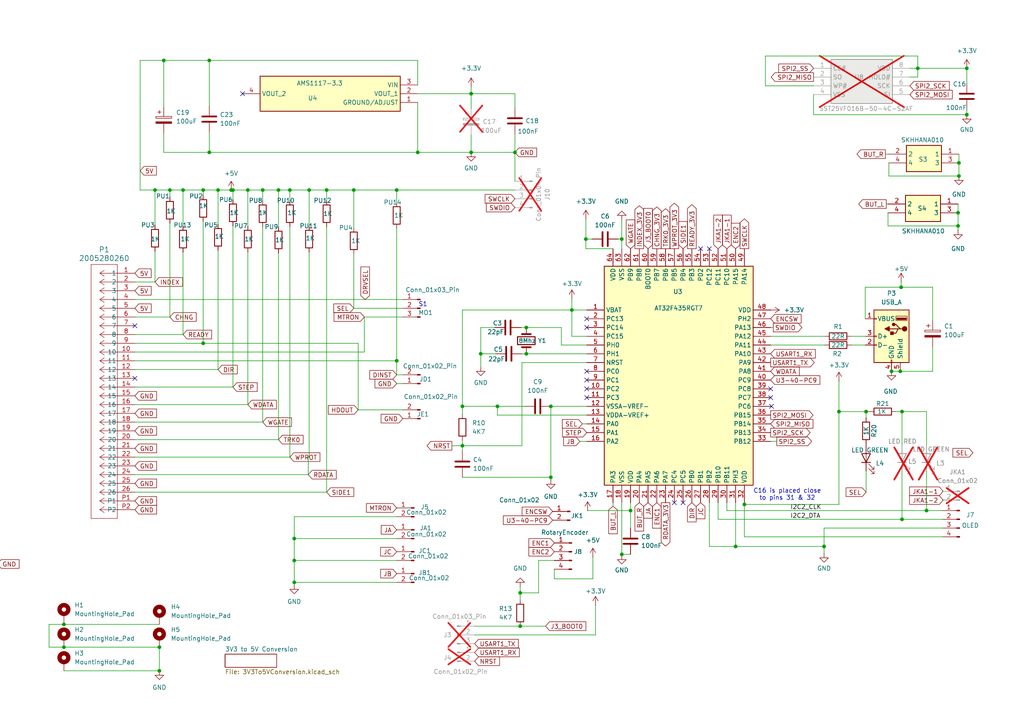
<source format=kicad_sch>
(kicad_sch (version 20231120) (generator "eeschema") (generator_version "8.0")
  (paper "A4")
  (title_block (title "Gotek(?) Handrawn Schematic, Layout and Gerbers") (date "2025-02-20") (rev "1.0") (company "LiveBoxAndy") (comment 1 "chip were removed to allow the routing underneath to be checked.") (comment 2 "with the cable interface from an SFR1M44-DU26 (SFRC2D.B). The processor and the 74 ") (comment 3 "Based on pictures and meter readings of an SRFKC30.AT4.35 for the processor bits mated") (comment 4 "Correct JK1 and J8 Pin Idents. Point-Point wiring did not change."))
  (lib_symbols
    (symbol "Connector:Conn_01x02_Pin" (pin_names (offset 1.016) hide)
      (property "Reference" "J" (at 0 2.54 0))
      (property "Value" "Conn_01x02_Pin" (at 0 -5.08 0))
      (symbol "Conn_01x02_Pin_1_1"
        (pin passive line (at 5.08 0 180) (length 3.81) (name "Pin_1") (number "1"))
        (pin passive line (at 5.08 -2.54 180) (length 3.81) (name "Pin_2") (number "2"))
      )
    )
    (symbol "Connector:Conn_01x03_Pin" (pin_names (offset 1.016) hide)
      (property "Reference" "J" (at 0 5.08 0))
      (property "Value" "Conn_01x03_Pin" (at 0 -5.08 0))
      (symbol "Conn_01x03_Pin_1_1"
        (pin passive line (at 5.08 2.54 180) (length 3.81) (name "Pin_1") (number "1"))
        (pin passive line (at 5.08 0 180) (length 3.81) (name "Pin_2") (number "2"))
        (pin passive line (at 5.08 -2.54 180) (length 3.81) (name "Pin_3") (number "3"))
      )
    )
    (symbol "Connector:Conn_01x04_Pin" (pin_names (offset 1.016) hide)
      (property "Reference" "J" (at 0 5.08 0))
      (property "Value" "Conn_01x04_Pin" (at 0 -7.62 0))
      (symbol "Conn_01x04_Pin_1_1"
        (pin passive line (at 5.08 2.54 180) (length 3.81) (name "Pin_1") (number "1"))
        (pin passive line (at 5.08 0 180) (length 3.81) (name "Pin_2") (number "2"))
        (pin passive line (at 5.08 -2.54 180) (length 3.81) (name "Pin_3") (number "3"))
        (pin passive line (at 5.08 -5.08 180) (length 3.81) (name "Pin_4") (number "4"))
      )
    )
    (symbol "Connector:USB_A" (pin_names (offset 1.016))
      (property "Reference" "J" (at -5.08 11.43 0))
      (property "Value" "USB_A" (at -5.08 8.89 0))
      (symbol "USB_A_1_1"
        (pin power_in line (at 7.62 5.08 180) (length 2.54) (name "VBUS") (number "1"))
        (pin bidirectional line (at 7.62 -2.54 180) (length 2.54) (name "D-") (number "2"))
        (pin bidirectional line (at 7.62 0 180) (length 2.54) (name "D+") (number "3"))
        (pin power_in line (at 0 -10.16 90) (length 2.54) (name "GND") (number "4"))
        (pin passive line (at -2.54 -10.16 90) (length 2.54) (name "Shield") (number "5"))
      )
    )
    (symbol "Device:C" (pin_numbers hide) (pin_names (offset 0.254))
      (property "Reference" "C" (at 0.635 2.54 0))
      (property "Value" "C" (at 0.635 -2.54 0))
      (symbol "C_1_1"
        (pin passive line (at 0 3.81 270) (length 2.794) (name "~") (number "1"))
        (pin passive line (at 0 -3.81 90) (length 2.794) (name "~") (number "2"))
      )
    )
    (symbol "Device:C_Polarized" (pin_numbers hide) (pin_names (offset 0.254))
      (property "Reference" "C" (at 0.635 2.54 0))
      (property "Value" "C_Polarized" (at 0.635 -2.54 0))
      (symbol "C_Polarized_1_1"
        (pin passive line (at 0 3.81 270) (length 2.794) (name "~") (number "1"))
        (pin passive line (at 0 -3.81 90) (length 2.794) (name "~") (number "2"))
      )
    )
    (symbol "Device:Crystal" (pin_numbers hide) (pin_names (offset 1.016) hide)
      (property "Reference" "Y" (at 0 3.81 0))
      (property "Value" "Crystal" (at 0 -3.81 0))
      (symbol "Crystal_1_1"
        (pin passive line (at -3.81 0 0) (length 1.27) (name "1") (number "1"))
        (pin passive line (at 3.81 0 180) (length 1.27) (name "2") (number "2"))
      )
    )
    (symbol "Device:LED" (pin_numbers hide) (pin_names (offset 1.016) hide)
      (property "Reference" "D" (at 0 2.54 0))
      (property "Value" "LED" (at 0 -2.54 0))
      (symbol "LED_1_1"
        (pin passive line (at -3.81 0 0) (length 2.54) (name "K") (number "1"))
        (pin passive line (at 3.81 0 180) (length 2.54) (name "A") (number "2"))
      )
    )
    (symbol "Device:R" (pin_numbers hide) (pin_names (offset 0))
      (property "Reference" "R" (at 2.032 0 90))
      (property "Value" "R" (at 0 0 90))
      (symbol "R_1_1"
        (pin passive line (at 0 3.81 270) (length 1.27) (name "~") (number "1"))
        (pin passive line (at 0 -3.81 90) (length 1.27) (name "~") (number "2"))
      )
    )
    (symbol "Gotek:2005280260" (pin_names (offset 0.254))
      (property "Reference" "J" (at 8.89 6.35 0))
      (property "Value" "2005280260" (at 0 0 0))
      (symbol "2005280260_1_1"
        (pin unspecified line (at 0 0 0) (length 5.08) (name "1") (number "1"))
        (pin unspecified line (at 0 -22.86 0) (length 5.08) (name "10") (number "10"))
        (pin unspecified line (at 0 -25.4 0) (length 5.08) (name "11") (number "11"))
        (pin unspecified line (at 0 -27.94 0) (length 5.08) (name "12") (number "12"))
        (pin unspecified line (at 0 -30.48 0) (length 5.08) (name "13") (number "13"))
        (pin unspecified line (at 0 -33.02 0) (length 5.08) (name "14") (number "14"))
        (pin unspecified line (at 0 -35.56 0) (length 5.08) (name "15") (number "15"))
        (pin unspecified line (at 0 -38.1 0) (length 5.08) (name "16") (number "16"))
        (pin unspecified line (at 0 -40.64 0) (length 5.08) (name "17") (number "17"))
        (pin unspecified line (at 0 -43.18 0) (length 5.08) (name "18") (number "18"))
        (pin unspecified line (at 0 -45.72 0) (length 5.08) (name "19") (number "19"))
        (pin unspecified line (at 0 -2.54 0) (length 5.08) (name "2") (number "2"))
        (pin unspecified line (at 0 -48.26 0) (length 5.08) (name "20") (number "20"))
        (pin unspecified line (at 0 -50.8 0) (length 5.08) (name "21") (number "21"))
        (pin unspecified line (at 0 -53.34 0) (length 5.08) (name "22") (number "22"))
        (pin unspecified line (at 0 -55.88 0) (length 5.08) (name "23") (number "23"))
        (pin unspecified line (at 0 -58.42 0) (length 5.08) (name "24") (number "24"))
        (pin unspecified line (at 0 -60.96 0) (length 5.08) (name "25") (number "25"))
        (pin unspecified line (at 0 -63.5 0) (length 5.08) (name "26") (number "26"))
        (pin unspecified line (at 0 -5.08 0) (length 5.08) (name "3") (number "3"))
        (pin unspecified line (at 0 -7.62 0) (length 5.08) (name "4") (number "4"))
        (pin unspecified line (at 0 -10.16 0) (length 5.08) (name "5") (number "5"))
        (pin unspecified line (at 0 -12.7 0) (length 5.08) (name "6") (number "6"))
        (pin unspecified line (at 0 -15.24 0) (length 5.08) (name "7") (number "7"))
        (pin unspecified line (at 0 -17.78 0) (length 5.08) (name "8") (number "8"))
        (pin unspecified line (at 0 -20.32 0) (length 5.08) (name "9") (number "9"))
        (pin unspecified line (at 0 -66.04 0) (length 5.08) (name "P1") (number "P1"))
        (pin unspecified line (at 0 -68.58 0) (length 5.08) (name "P2") (number "P2"))
      )
      (symbol "2005280260_1_2"
        (pin unspecified line (at 0 0 0) (length 5.08) (name "1") (number "1"))
        (pin unspecified line (at 0 -22.86 0) (length 5.08) (name "10") (number "10"))
        (pin unspecified line (at 0 -25.4 0) (length 5.08) (name "11") (number "11"))
        (pin unspecified line (at 0 -27.94 0) (length 5.08) (name "12") (number "12"))
        (pin unspecified line (at 0 -30.48 0) (length 5.08) (name "13") (number "13"))
        (pin unspecified line (at 0 -33.02 0) (length 5.08) (name "14") (number "14"))
        (pin unspecified line (at 0 -35.56 0) (length 5.08) (name "15") (number "15"))
        (pin unspecified line (at 0 -38.1 0) (length 5.08) (name "16") (number "16"))
        (pin unspecified line (at 0 -40.64 0) (length 5.08) (name "17") (number "17"))
        (pin unspecified line (at 0 -43.18 0) (length 5.08) (name "18") (number "18"))
        (pin unspecified line (at 0 -45.72 0) (length 5.08) (name "19") (number "19"))
        (pin unspecified line (at 0 -2.54 0) (length 5.08) (name "2") (number "2"))
        (pin unspecified line (at 0 -48.26 0) (length 5.08) (name "20") (number "20"))
        (pin unspecified line (at 0 -50.8 0) (length 5.08) (name "21") (number "21"))
        (pin unspecified line (at 0 -53.34 0) (length 5.08) (name "22") (number "22"))
        (pin unspecified line (at 0 -55.88 0) (length 5.08) (name "23") (number "23"))
        (pin unspecified line (at 0 -58.42 0) (length 5.08) (name "24") (number "24"))
        (pin unspecified line (at 0 -60.96 0) (length 5.08) (name "25") (number "25"))
        (pin unspecified line (at 0 -63.5 0) (length 5.08) (name "26") (number "26"))
        (pin unspecified line (at 0 -5.08 0) (length 5.08) (name "3") (number "3"))
        (pin unspecified line (at 0 -7.62 0) (length 5.08) (name "4") (number "4"))
        (pin unspecified line (at 0 -10.16 0) (length 5.08) (name "5") (number "5"))
        (pin unspecified line (at 0 -12.7 0) (length 5.08) (name "6") (number "6"))
        (pin unspecified line (at 0 -15.24 0) (length 5.08) (name "7") (number "7"))
        (pin unspecified line (at 0 -17.78 0) (length 5.08) (name "8") (number "8"))
        (pin unspecified line (at 0 -20.32 0) (length 5.08) (name "9") (number "9"))
        (pin unspecified line (at 0 -66.04 0) (length 5.08) (name "P1") (number "P1"))
        (pin unspecified line (at 0 -68.58 0) (length 5.08) (name "P2") (number "P2"))
      )
    )
    (symbol "Gotek:AT32F435RxT7-SQ"
      (property "Reference" "IC" (at 49.53 17.78 0))
      (property "Value" "AT32F435RxT7" (at 49.53 15.24 0))
      (symbol "AT32F435RxT7-SQ_1_1"
        (pin passive line (at 0 0 0) (length 5.08) (name "VBAT") (number "1"))
        (pin passive line (at 0 -22.86 0) (length 5.08) (name "PC2") (number "10"))
        (pin passive line (at 0 -25.4 0) (length 5.08) (name "PC3") (number "11"))
        (pin passive line (at 0 -27.94 0) (length 5.08) (name "VSSA-VREF-") (number "12"))
        (pin passive line (at 0 -30.48 0) (length 5.08) (name "VDDA-VREF+") (number "13"))
        (pin passive line (at 0 -33.02 0) (length 5.08) (name "PA0") (number "14"))
        (pin passive line (at 0 -35.56 0) (length 5.08) (name "PA1") (number "15"))
        (pin passive line (at 0 -38.1 0) (length 5.08) (name "PA2") (number "16"))
        (pin passive line (at 7.62 -55.88 90) (length 5.08) (name "PA3") (number "17"))
        (pin passive line (at 10.16 -55.88 90) (length 5.08) (name "VSS") (number "18"))
        (pin passive line (at 12.7 -55.88 90) (length 5.08) (name "VDD") (number "19"))
        (pin passive line (at 0 -2.54 0) (length 5.08) (name "PC13") (number "2"))
        (pin passive line (at 15.24 -55.88 90) (length 5.08) (name "PA4") (number "20"))
        (pin passive line (at 17.78 -55.88 90) (length 5.08) (name "PA5") (number "21"))
        (pin passive line (at 20.32 -55.88 90) (length 5.08) (name "PA6") (number "22"))
        (pin passive line (at 22.86 -55.88 90) (length 5.08) (name "PA7") (number "23"))
        (pin passive line (at 25.4 -55.88 90) (length 5.08) (name "PC4") (number "24"))
        (pin passive line (at 27.94 -55.88 90) (length 5.08) (name "PC5") (number "25"))
        (pin passive line (at 30.48 -55.88 90) (length 5.08) (name "PB0") (number "26"))
        (pin passive line (at 33.02 -55.88 90) (length 5.08) (name "PB1") (number "27"))
        (pin passive line (at 35.56 -55.88 90) (length 5.08) (name "PB2") (number "28"))
        (pin passive line (at 38.1 -55.88 90) (length 5.08) (name "PB10") (number "29"))
        (pin passive line (at 0 -5.08 0) (length 5.08) (name "PC14") (number "3"))
        (pin passive line (at 40.64 -55.88 90) (length 5.08) (name "PB11") (number "30"))
        (pin passive line (at 43.18 -55.88 90) (length 5.08) (name "PH3") (number "31"))
        (pin passive line (at 45.72 -55.88 90) (length 5.08) (name "VDD") (number "32"))
        (pin passive line (at 53.34 -38.1 180) (length 5.08) (name "PB12") (number "33"))
        (pin passive line (at 53.34 -35.56 180) (length 5.08) (name "PB13") (number "34"))
        (pin passive line (at 53.34 -33.02 180) (length 5.08) (name "PB14") (number "35"))
        (pin passive line (at 53.34 -30.48 180) (length 5.08) (name "PB15") (number "36"))
        (pin passive line (at 53.34 -27.94 180) (length 5.08) (name "PC6") (number "37"))
        (pin passive line (at 53.34 -25.4 180) (length 5.08) (name "PC7") (number "38"))
        (pin passive line (at 53.34 -22.86 180) (length 5.08) (name "PC8") (number "39"))
        (pin passive line (at 0 -7.62 0) (length 5.08) (name "PC15") (number "4"))
        (pin passive line (at 53.34 -20.32 180) (length 5.08) (name "PC9") (number "40"))
        (pin passive line (at 53.34 -17.78 180) (length 5.08) (name "PA8") (number "41"))
        (pin passive line (at 53.34 -15.24 180) (length 5.08) (name "PA9") (number "42"))
        (pin passive line (at 53.34 -12.7 180) (length 5.08) (name "PA10") (number "43"))
        (pin passive line (at 53.34 -10.16 180) (length 5.08) (name "PA11") (number "44"))
        (pin passive line (at 53.34 -7.62 180) (length 5.08) (name "PA12") (number "45"))
        (pin passive line (at 53.34 -5.08 180) (length 5.08) (name "PA13") (number "46"))
        (pin passive line (at 53.34 -2.54 180) (length 5.08) (name "PH2") (number "47"))
        (pin passive line (at 53.34 0 180) (length 5.08) (name "VDD") (number "48"))
        (pin passive line (at 45.72 17.78 270) (length 5.08) (name "PA14") (number "49"))
        (pin passive line (at 0 -10.16 0) (length 5.08) (name "PH0") (number "5"))
        (pin passive line (at 43.18 17.78 270) (length 5.08) (name "PA15") (number "50"))
        (pin passive line (at 40.64 17.78 270) (length 5.08) (name "PC10") (number "51"))
        (pin passive line (at 38.1 17.78 270) (length 5.08) (name "PC11") (number "52"))
        (pin passive line (at 35.56 17.78 270) (length 5.08) (name "PC12") (number "53"))
        (pin passive line (at 33.02 17.78 270) (length 5.08) (name "PD2") (number "54"))
        (pin passive line (at 30.48 17.78 270) (length 5.08) (name "PB3") (number "55"))
        (pin passive line (at 27.94 17.78 270) (length 5.08) (name "PB4") (number "56"))
        (pin passive line (at 25.4 17.78 270) (length 5.08) (name "PB5") (number "57"))
        (pin passive line (at 22.86 17.78 270) (length 5.08) (name "PB6") (number "58"))
        (pin passive line (at 20.32 17.78 270) (length 5.08) (name "PB7") (number "59"))
        (pin passive line (at 0 -12.7 0) (length 5.08) (name "PH1") (number "6"))
        (pin passive line (at 17.78 17.78 270) (length 5.08) (name "BOOT0") (number "60"))
        (pin passive line (at 15.24 17.78 270) (length 5.08) (name "PB8") (number "61"))
        (pin passive line (at 12.7 17.78 270) (length 5.08) (name "PB9") (number "62"))
        (pin passive line (at 10.16 17.78 270) (length 5.08) (name "VSS") (number "63"))
        (pin passive line (at 7.62 17.78 270) (length 5.08) (name "VDD") (number "64"))
        (pin passive line (at 0 -15.24 0) (length 5.08) (name "NRST") (number "7"))
        (pin passive line (at 0 -17.78 0) (length 5.08) (name "PC0") (number "8"))
        (pin passive line (at 0 -20.32 0) (length 5.08) (name "PC1") (number "9"))
      )
    )
    (symbol "Gotek:SKHHANA010"
      (property "Reference" "S" (at 16.51 7.62 0))
      (property "Value" "SKHHANA010" (at 16.51 5.08 0))
      (symbol "SKHHANA010_1_1"
        (pin passive line (at 0 0 0) (length 5.08) (name "1") (number "1"))
        (pin passive line (at 20.32 0 180) (length 5.08) (name "2") (number "2"))
        (pin passive line (at 0 -2.54 0) (length 5.08) (name "3") (number "3"))
        (pin passive line (at 20.32 -2.54 180) (length 5.08) (name "4") (number "4"))
      )
    )
    (symbol "Gotek:SST25VF016B-50-4C-S2AF"
      (property "Reference" "IC" (at 24.13 7.62 0))
      (property "Value" "SST25VF016B-50-4C-S2AF" (at 24.13 5.08 0))
      (symbol "SST25VF016B-50-4C-S2AF_1_1"
        (pin passive line (at 0 0 0) (length 5.08) (name "CE#") (number "1"))
        (pin passive line (at 0 -2.54 0) (length 5.08) (name "SO") (number "2"))
        (pin passive line (at 0 -5.08 0) (length 5.08) (name "WP#") (number "3"))
        (pin passive line (at 0 -7.62 0) (length 5.08) (name "VSS") (number "4"))
        (pin passive line (at 27.94 -7.62 180) (length 5.08) (name "SI") (number "5"))
        (pin passive line (at 27.94 -5.08 180) (length 5.08) (name "SCK") (number "6"))
        (pin passive line (at 27.94 -2.54 180) (length 5.08) (name "HOLD#") (number "7"))
        (pin passive line (at 27.94 0 180) (length 5.08) (name "VDD") (number "8"))
      )
    )
    (symbol "Gotek:ams1117-3.3v"
      (property "Reference" "IC" (at 46.99 7.62 0))
      (property "Value" "ams1117-3.3v" (at 46.99 5.08 0))
      (symbol "ams1117-3.3v_1_1"
        (pin passive line (at 0 0 0) (length 5.08) (name "GROUND/ADJUST") (number "1"))
        (pin passive line (at 0 -2.54 0) (length 5.08) (name "VOUT_1") (number "2"))
        (pin passive line (at 0 -5.08 0) (length 5.08) (name "VIN") (number "3"))
        (pin passive line (at 50.8 -2.54 180) (length 5.08) (name "VOUT_2") (number "4"))
      )
    )
    (symbol "Mechanical:MountingHole_Pad" (pin_numbers hide) (pin_names (offset 1.016) hide) (exclude_from_sim yes) (in_bom no)
      (property "Reference" "H" (at 0 6.35 0))
      (property "Value" "MountingHole_Pad" (at 0 4.445 0))
      (symbol "MountingHole_Pad_1_1"
        (pin input line (at 0 -2.54 90) (length 2.54) (name "1") (number "1"))
      )
    )
    (symbol "power:+3.3V" (power) (pin_numbers hide) (pin_names (offset 0) hide)
      (property "Value" "+3.3V" (at 0 3.556 0))
      (symbol "+3.3V_1_1"
        (pin power_in line (at 0 0 90) (length 0) (name "~") (number "1"))
      )
    )
    (symbol "power:+5V" (power) (pin_numbers hide) (pin_names (offset 0) hide)
      (property "Value" "+5V" (at 0 3.556 0))
      (symbol "+5V_1_1"
        (pin power_in line (at 0 0 90) (length 0) (name "~") (number "1"))
      )
    )
    (symbol "power:GND" (power) (pin_numbers hide) (pin_names (offset 0) hide)
      (property "Value" "GND" (at 0 -3.81 0))
      (symbol "GND_1_1"
        (pin power_in line (at 0 0 270) (length 0) (name "~") (number "1"))
      )
    )
  )
  (junction (at 85.344 162.56))
  (junction (at 46.228 187.706))
  (junction (at 102.616 55.118))
  (junction (at 134.112 117.856))
  (junction (at 46.228 194.564))
  (junction (at 115.062 104.648))
  (junction (at 261.62 119.38))
  (junction (at 60.706 44.196))
  (junction (at 94.742 55.118))
  (junction (at 67.564 55.118))
  (junction (at 277.876 65.532))
  (junction (at 144.272 117.856))
  (junction (at 139.446 102.616))
  (junction (at 278.13 47.244))
  (junction (at 180.34 69.342))
  (junction (at 85.344 156.21))
  (junction (at 261.62 150.622))
  (junction (at 49.276 55.118))
  (junction (at 165.862 89.916))
  (junction (at 150.876 171.958))
  (junction (at 53.086 55.118))
  (junction (at 280.416 33.274))
  (junction (at 261.112 107.696))
  (junction (at 280.416 19.812))
  (junction (at 63.246 55.118))
  (junction (at 44.958 55.118))
  (junction (at 58.928 99.568))
  (junction (at 85.344 168.91))
  (junction (at 150.876 181.61))
  (junction (at 136.652 27.178))
  (junction (at 152.654 94.996))
  (junction (at 67.056 55.118))
  (junction (at 47.498 17.526))
  (junction (at 121.158 44.196))
  (junction (at 115.062 55.118))
  (junction (at 71.882 55.118))
  (junction (at 258.572 107.696))
  (junction (at 251.206 119.38))
  (junction (at 76.2 55.118))
  (junction (at 278.13 51.054))
  (junction (at 58.928 55.118))
  (junction (at 60.706 17.526))
  (junction (at 159.766 117.856))
  (junction (at 18.542 187.706))
  (junction (at 180.34 160.782))
  (junction (at 215.9 146.304))
  (junction (at 239.014 158.496))
  (junction (at 89.662 55.118))
  (junction (at 182.88 148.082))
  (junction (at 159.766 138.43))
  (junction (at 18.542 181.102))
  (junction (at 213.36 158.496))
  (junction (at 149.352 44.196))
  (junction (at 80.772 55.118))
  (junction (at 266.192 19.812))
  (junction (at 261.366 83.312))
  (junction (at 277.876 61.722))
  (junction (at 169.926 69.342))
  (junction (at 134.112 129.286))
  (junction (at 84.074 55.118))
  (junction (at 136.652 44.196))
  (junction (at 243.332 119.38))
  (junction (at 268.732 148.082))
  (junction (at 152.654 102.616))
  (no_connect (at 203.2 72.136))
  (no_connect (at 205.74 72.136))
  (no_connect (at 39.116 94.488))
  (no_connect (at 223.774 117.856))
  (no_connect (at 223.52 115.316))
  (no_connect (at 170.18 115.316))
  (no_connect (at 70.358 27.178))
  (no_connect (at 170.18 110.236))
  (no_connect (at 170.18 94.996))
  (no_connect (at 195.58 145.796))
  (no_connect (at 223.52 112.776))
  (no_connect (at 170.18 92.456))
  (no_connect (at 198.12 145.796))
  (no_connect (at 170.18 112.776))
  (no_connect (at 39.116 109.728))
  (no_connect (at 170.18 107.696))
  (wire (pts (xy 180.34 63.754) (xy 180.34 69.342)))
  (wire (pts (xy 46.228 181.102) (xy 18.542 181.102)))
  (wire (pts (xy 80.772 55.118) (xy 80.772 65.786)))
  (wire (pts (xy 168.91 122.936) (xy 170.18 122.936)))
  (wire (pts (xy 44.958 55.118) (xy 49.276 55.118)))
  (wire (pts (xy 243.332 119.38) (xy 251.206 119.38)))
  (wire (pts (xy 47.498 17.526) (xy 47.498 30.988)))
  (wire (pts (xy 221.996 24.892) (xy 221.996 16.256)))
  (wire (pts (xy 67.056 55.118) (xy 67.564 55.118)))
  (wire (pts (xy 134.112 129.286) (xy 134.112 130.81)))
  (wire (pts (xy 89.662 55.118) (xy 94.742 55.118)))
  (wire (pts (xy 170.18 89.916) (xy 165.862 89.916)))
  (wire (pts (xy 266.192 19.812) (xy 266.192 22.352)))
  (wire (pts (xy 266.192 16.256) (xy 266.192 19.812)))
  (wire (pts (xy 49.276 55.118) (xy 53.086 55.118)))
  (wire (pts (xy 150.876 181.61) (xy 137.668 181.61)))
  (wire (pts (xy 39.116 132.588) (xy 84.074 132.588)))
  (wire (pts (xy 102.616 55.118) (xy 115.062 55.118)))
  (wire (pts (xy 67.564 55.118) (xy 71.882 55.118)))
  (wire (pts (xy 139.446 94.996) (xy 139.446 102.616)))
  (wire (pts (xy 152.654 94.996) (xy 162.814 94.996)))
  (wire (pts (xy 136.652 27.178) (xy 136.652 31.496)))
  (wire (pts (xy 235.966 33.274) (xy 280.416 33.274)))
  (wire (pts (xy 76.2 55.118) (xy 80.772 55.118)))
  (wire (pts (xy 134.112 117.856) (xy 134.112 120.142)))
  (wire (pts (xy 40.64 55.118) (xy 44.958 55.118)))
  (wire (pts (xy 76.2 65.786) (xy 76.2 122.428)))
  (wire (pts (xy 39.116 97.028) (xy 53.086 97.028)))
  (wire (pts (xy 177.8 72.136) (xy 169.926 72.136)))
  (wire (pts (xy 143.764 102.616) (xy 139.446 102.616)))
  (wire (pts (xy 115.062 108.712) (xy 115.062 104.648)))
  (wire (pts (xy 208.28 145.796) (xy 208.28 150.622)))
  (wire (pts (xy 136.652 27.178) (xy 149.352 27.178)))
  (wire (pts (xy 223.52 94.996) (xy 224.282 94.996)))
  (wire (pts (xy 58.928 64.262) (xy 58.928 99.568)))
  (wire (pts (xy 165.862 86.614) (xy 165.862 89.916)))
  (wire (pts (xy 137.668 184.15) (xy 172.72 184.15)))
  (wire (pts (xy 47.498 17.526) (xy 40.64 17.526)))
  (wire (pts (xy 151.384 105.156) (xy 151.384 129.286)))
  (wire (pts (xy 239.014 153.162) (xy 239.014 158.496)))
  (wire (pts (xy 39.116 107.188) (xy 63.246 107.188)))
  (wire (pts (xy 257.048 59.182) (xy 257.556 59.182)))
  (wire (pts (xy 223.52 128.016) (xy 225.298 128.016)))
  (wire (pts (xy 160.782 165.1) (xy 160.782 167.894)))
  (wire (pts (xy 251.206 119.38) (xy 252.222 119.38)))
  (wire (pts (xy 278.13 44.704) (xy 278.13 47.244)))
  (wire (pts (xy 84.074 55.118) (xy 84.074 58.166)))
  (wire (pts (xy 39.116 112.268) (xy 67.564 112.268)))
  (wire (pts (xy 256.794 44.704) (xy 257.81 44.704)))
  (wire (pts (xy 49.276 57.15) (xy 49.276 55.118)))
  (wire (pts (xy 47.498 44.196) (xy 60.706 44.196)))
  (wire (pts (xy 60.706 17.526) (xy 60.706 30.734)))
  (wire (pts (xy 46.228 194.564) (xy 46.228 187.706)))
  (wire (pts (xy 121.158 27.178) (xy 136.652 27.178)))
  (wire (pts (xy 152.654 102.616) (xy 170.18 102.616)))
  (wire (pts (xy 39.116 137.668) (xy 89.408 137.668)))
  (wire (pts (xy 47.498 17.526) (xy 60.706 17.526)))
  (wire (pts (xy 71.882 55.118) (xy 76.2 55.118)))
  (wire (pts (xy 94.742 55.118) (xy 102.616 55.118)))
  (wire (pts (xy 89.662 132.588) (xy 89.662 73.152)))
  (wire (pts (xy 103.886 118.872) (xy 116.84 118.872)))
  (wire (pts (xy 18.542 194.564) (xy 46.228 194.564)))
  (wire (pts (xy 85.344 156.21) (xy 115.062 156.21)))
  (wire (pts (xy 235.966 24.892) (xy 221.996 24.892)))
  (wire (pts (xy 162.814 100.076) (xy 162.814 94.996)))
  (wire (pts (xy 180.34 160.782) (xy 182.88 160.782)))
  (wire (pts (xy 257.81 51.054) (xy 278.13 51.054)))
  (wire (pts (xy 39.116 122.428) (xy 76.2 122.428)))
  (wire (pts (xy 58.928 55.118) (xy 58.928 56.642)))
  (wire (pts (xy 168.148 128.016) (xy 170.18 128.016)))
  (wire (pts (xy 105.664 91.948) (xy 105.664 102.108)))
  (wire (pts (xy 159.766 138.43) (xy 159.766 139.192)))
  (wire (pts (xy 258.572 107.696) (xy 261.112 107.696)))
  (wire (pts (xy 136.652 39.116) (xy 136.652 44.196)))
  (wire (pts (xy 39.116 86.868) (xy 116.84 86.868)))
  (wire (pts (xy 85.344 168.91) (xy 85.344 169.672)))
  (wire (pts (xy 180.34 160.782) (xy 180.34 161.036)))
  (wire (pts (xy 213.36 145.796) (xy 213.36 158.496)))
  (wire (pts (xy 280.416 19.812) (xy 280.416 24.13)))
  (wire (pts (xy 150.876 181.61) (xy 158.242 181.61)))
  (wire (pts (xy 121.158 24.638) (xy 121.158 17.526)))
  (wire (pts (xy 261.366 81.788) (xy 261.366 83.312)))
  (wire (pts (xy 134.112 89.916) (xy 165.862 89.916)))
  (wire (pts (xy 156.21 162.56) (xy 156.21 171.958)))
  (wire (pts (xy 149.352 27.178) (xy 149.352 31.242)))
  (wire (pts (xy 85.344 168.91) (xy 115.062 168.91)))
  (wire (pts (xy 277.876 65.532) (xy 277.876 66.802)))
  (wire (pts (xy 243.332 146.304) (xy 215.9 146.304)))
  (wire (pts (xy 150.876 171.958) (xy 150.876 173.99)))
  (wire (pts (xy 205.74 158.496) (xy 213.36 158.496)))
  (wire (pts (xy 261.62 129.032) (xy 261.62 119.38)))
  (wire (pts (xy 44.958 72.898) (xy 44.958 81.788)))
  (wire (pts (xy 263.906 19.812) (xy 266.192 19.812)))
  (wire (pts (xy 121.158 29.718) (xy 121.158 44.196)))
  (wire (pts (xy 94.742 55.118) (xy 94.742 58.166)))
  (wire (pts (xy 67.564 65.532) (xy 67.564 112.268)))
  (wire (pts (xy 40.64 17.526) (xy 40.64 55.118)))
  (wire (pts (xy 53.086 73.152) (xy 53.086 97.028)))
  (wire (pts (xy 273.304 155.702) (xy 215.9 155.702)))
  (wire (pts (xy 270.51 100.584) (xy 270.51 107.696)))
  (wire (pts (xy 115.062 149.86) (xy 85.344 149.86)))
  (wire (pts (xy 250.952 100.076) (xy 246.888 100.076)))
  (wire (pts (xy 53.086 55.118) (xy 53.086 65.532)))
  (wire (pts (xy 250.952 83.312) (xy 250.952 92.456)))
  (wire (pts (xy 182.88 148.082) (xy 182.88 153.162)))
  (wire (pts (xy 115.062 108.712) (xy 116.84 108.712)))
  (wire (pts (xy 210.82 145.796) (xy 210.82 148.082)))
  (wire (pts (xy 139.446 102.616) (xy 139.446 106.426)))
  (wire (pts (xy 170.18 105.156) (xy 151.384 105.156)))
  (wire (pts (xy 115.062 66.294) (xy 115.062 104.648)))
  (wire (pts (xy 278.13 47.244) (xy 278.13 51.054)))
  (wire (pts (xy 80.772 73.406) (xy 80.772 127.508)))
  (wire (pts (xy 85.344 162.56) (xy 85.344 168.91)))
  (wire (pts (xy 103.886 118.872) (xy 103.886 99.568)))
  (wire (pts (xy 136.652 25.146) (xy 136.652 27.178)))
  (wire (pts (xy 149.352 44.196) (xy 136.652 44.196)))
  (wire (pts (xy 53.086 55.118) (xy 58.928 55.118)))
  (wire (pts (xy 150.876 170.18) (xy 150.876 171.958)))
  (wire (pts (xy 180.34 69.342) (xy 180.34 72.136)))
  (wire (pts (xy 169.926 72.136) (xy 169.926 69.342)))
  (wire (pts (xy 165.862 89.916) (xy 165.862 97.536)))
  (wire (pts (xy 102.616 73.66) (xy 102.616 89.408)))
  (wire (pts (xy 152.146 117.856) (xy 144.272 117.856)))
  (wire (pts (xy 210.82 148.082) (xy 268.732 148.082)))
  (wire (pts (xy 268.732 129.032) (xy 268.732 119.38)))
  (wire (pts (xy 223.52 117.856) (xy 223.774 117.856)))
  (wire (pts (xy 39.116 81.788) (xy 44.958 81.788)))
  (wire (pts (xy 268.732 119.38) (xy 261.62 119.38)))
  (wire (pts (xy 170.18 117.856) (xy 159.766 117.856)))
  (wire (pts (xy 273.304 153.162) (xy 239.014 153.162)))
  (wire (pts (xy 49.276 64.77) (xy 49.276 91.948)))
  (wire (pts (xy 131.064 129.286) (xy 134.112 129.286)))
  (wire (pts (xy 102.616 89.408) (xy 116.84 89.408)))
  (wire (pts (xy 180.34 145.796) (xy 180.34 160.782)))
  (wire (pts (xy 170.18 120.396) (xy 144.272 120.396)))
  (wire (pts (xy 170.434 148.082) (xy 182.88 148.082)))
  (wire (pts (xy 223.52 97.536) (xy 239.268 97.536)))
  (wire (pts (xy 46.228 187.706) (xy 18.542 187.706)))
  (wire (pts (xy 261.62 136.652) (xy 261.62 150.622)))
  (wire (pts (xy 182.88 145.796) (xy 182.88 148.082)))
  (wire (pts (xy 263.906 22.352) (xy 266.192 22.352)))
  (wire (pts (xy 115.062 162.56) (xy 85.344 162.56)))
  (wire (pts (xy 280.416 33.274) (xy 280.416 31.75)))
  (wire (pts (xy 208.28 150.622) (xy 261.62 150.622)))
  (wire (pts (xy 239.014 158.496) (xy 239.014 160.528)))
  (wire (pts (xy 205.74 145.796) (xy 205.74 158.496)))
  (wire (pts (xy 103.886 99.568) (xy 58.928 99.568)))
  (wire (pts (xy 134.112 127.762) (xy 134.112 129.286)))
  (wire (pts (xy 115.062 111.252) (xy 116.84 111.252)))
  (wire (pts (xy 243.332 110.49) (xy 243.332 119.38)))
  (wire (pts (xy 89.662 65.532) (xy 89.662 55.118)))
  (wire (pts (xy 39.116 117.348) (xy 71.882 117.348)))
  (wire (pts (xy 251.206 129.032) (xy 251.206 128.778)))
  (wire (pts (xy 257.556 61.722) (xy 257.556 65.532)))
  (wire (pts (xy 39.116 127.508) (xy 80.772 127.508)))
  (wire (pts (xy 270.51 107.696) (xy 261.112 107.696)))
  (wire (pts (xy 152.654 94.996) (xy 151.13 94.996)))
  (wire (pts (xy 58.928 55.118) (xy 63.246 55.118)))
  (wire (pts (xy 71.882 55.118) (xy 71.882 65.532)))
  (wire (pts (xy 14.224 181.102) (xy 18.542 181.102)))
  (wire (pts (xy 277.876 61.722) (xy 277.876 65.532)))
  (wire (pts (xy 273.304 142.494) (xy 273.558 142.494)))
  (wire (pts (xy 134.112 138.43) (xy 159.766 138.43)))
  (wire (pts (xy 169.926 63.5) (xy 169.926 69.342)))
  (wire (pts (xy 268.732 148.082) (xy 273.304 148.082)))
  (wire (pts (xy 270.51 92.964) (xy 270.51 83.312)))
  (wire (pts (xy 149.352 44.196) (xy 149.352 38.862)))
  (wire (pts (xy 60.706 44.196) (xy 121.158 44.196)))
  (wire (pts (xy 71.882 73.152) (xy 71.882 117.348)))
  (wire (pts (xy 121.158 44.196) (xy 136.652 44.196)))
  (wire (pts (xy 159.766 117.856) (xy 159.766 138.43)))
  (wire (pts (xy 170.18 97.536) (xy 165.862 97.536)))
  (wire (pts (xy 60.706 44.196) (xy 60.706 38.354)))
  (wire (pts (xy 251.206 136.652) (xy 251.206 142.748)))
  (wire (pts (xy 152.654 102.616) (xy 151.384 102.616)))
  (wire (pts (xy 151.384 129.286) (xy 134.112 129.286)))
  (wire (pts (xy 63.246 72.644) (xy 63.246 107.188)))
  (wire (pts (xy 63.246 55.118) (xy 67.056 55.118)))
  (wire (pts (xy 246.888 97.536) (xy 250.952 97.536)))
  (wire (pts (xy 115.062 55.118) (xy 149.352 55.118)))
  (wire (pts (xy 89.408 132.588) (xy 89.408 137.668)))
  (wire (pts (xy 105.664 91.948) (xy 116.84 91.948)))
  (wire (pts (xy 160.782 167.894) (xy 171.958 167.894)))
  (wire (pts (xy 223.52 100.076) (xy 239.268 100.076)))
  (wire (pts (xy 268.732 136.652) (xy 268.732 148.082)))
  (wire (pts (xy 47.498 44.196) (xy 47.498 38.608)))
  (wire (pts (xy 76.2 58.166) (xy 76.2 55.118)))
  (wire (pts (xy 85.344 149.86) (xy 85.344 156.21)))
  (wire (pts (xy 257.81 47.244) (xy 257.81 51.054)))
  (wire (pts (xy 213.36 158.496) (xy 239.014 158.496)))
  (wire (pts (xy 235.966 27.432) (xy 235.966 33.274)))
  (wire (pts (xy 84.074 65.786) (xy 84.074 132.588)))
  (wire (pts (xy 150.876 171.958) (xy 156.21 171.958)))
  (wire (pts (xy 177.8 146.812) (xy 177.8 145.796)))
  (wire (pts (xy 257.556 65.532) (xy 277.876 65.532)))
  (wire (pts (xy 221.996 16.256) (xy 266.192 16.256)))
  (wire (pts (xy 80.772 55.118) (xy 84.074 55.118)))
  (wire (pts (xy 84.074 55.118) (xy 89.662 55.118)))
  (wire (pts (xy 277.876 59.182) (xy 277.876 61.722)))
  (wire (pts (xy 160.782 162.56) (xy 156.21 162.56)))
  (wire (pts (xy 44.958 55.118) (xy 44.958 65.278)))
  (wire (pts (xy 63.246 55.118) (xy 63.246 65.024)))
  (wire (pts (xy 172.72 184.15) (xy 172.72 175.514)))
  (wire (pts (xy 250.952 83.312) (xy 261.366 83.312)))
  (wire (pts (xy 67.564 55.118) (xy 67.564 57.912)))
  (wire (pts (xy 89.408 132.588) (xy 89.662 132.588)))
  (wire (pts (xy 18.542 187.706) (xy 14.224 187.706)))
  (wire (pts (xy 266.192 19.812) (xy 280.416 19.812)))
  (wire (pts (xy 215.9 145.796) (xy 215.9 146.304)))
  (wire (pts (xy 94.742 142.748) (xy 94.742 65.786)))
  (wire (pts (xy 169.926 69.342) (xy 171.704 69.342)))
  (wire (pts (xy 261.366 83.312) (xy 270.51 83.312)))
  (wire (pts (xy 39.116 91.948) (xy 49.276 91.948)))
  (wire (pts (xy 134.112 89.916) (xy 134.112 117.856)))
  (wire (pts (xy 39.116 142.748) (xy 94.742 142.748)))
  (wire (pts (xy 243.332 119.38) (xy 243.332 146.304)))
  (wire (pts (xy 273.304 145.034) (xy 273.558 145.034)))
  (wire (pts (xy 102.616 66.04) (xy 102.616 55.118)))
  (wire (pts (xy 149.352 44.196) (xy 149.352 52.578)))
  (wire (pts (xy 85.344 156.21) (xy 85.344 162.56)))
  (wire (pts (xy 144.272 120.396) (xy 144.272 117.856)))
  (wire (pts (xy 251.206 121.158) (xy 251.206 119.38)))
  (wire (pts (xy 121.158 17.526) (xy 60.706 17.526)))
  (wire (pts (xy 14.224 187.706) (xy 14.224 181.102)))
  (wire (pts (xy 259.842 119.38) (xy 261.62 119.38)))
  (wire (pts (xy 144.272 117.856) (xy 134.112 117.856)))
  (wire (pts (xy 179.324 69.342) (xy 180.34 69.342)))
  (wire (pts (xy 215.9 146.304) (xy 215.9 155.702)))
  (wire (pts (xy 18.542 181.102) (xy 18.542 180.594)))
  (wire (pts (xy 143.51 94.996) (xy 139.446 94.996)))
  (wire (pts (xy 171.958 167.894) (xy 171.958 161.544)))
  (wire (pts (xy 39.116 104.648) (xy 115.062 104.648)))
  (wire (pts (xy 115.062 55.118) (xy 115.062 58.674)))
  (wire (pts (xy 261.62 150.622) (xy 273.304 150.622)))
  (wire (pts (xy 58.928 99.568) (xy 39.116 99.568)))
  (wire (pts (xy 105.664 102.108) (xy 39.116 102.108)))
  (wire (pts (xy 170.18 100.076) (xy 162.814 100.076)))
  (text "S1" (at 122.682 88.392 0) (effects (font (size 1.27 1.27))))
  (text "C16 is placed close\nto pins 31 & 32" (at 228.346 143.51 0) (effects (font (size 1.27 1.27))))
  (label "I2C2_DTA" (at 237.998 150.622 180))
  (label "I2C2_CLK" (at 238.252 148.082 180))
  (global_label "HDOUT" (shape input) (at 103.886 118.872 180) (property "Intersheetrefs" "${INTERSHEET_REFS}" (effects (hide yes))))
  (global_label "SPI2_MISO" (shape input) (at 223.52 122.936 0) (property "Intersheetrefs" "${INTERSHEET_REFS}" (effects (hide yes))))
  (global_label "SWDIO" (shape input) (at 149.352 60.198 180) (property "Intersheetrefs" "${INTERSHEET_REFS}" (effects (hide yes))))
  (global_label "MTRON" (shape input) (at 115.062 147.32 180) (property "Intersheetrefs" "${INTERSHEET_REFS}" (effects (hide yes))))
  (global_label "5V" (shape input) (at 40.64 49.53 0) (property "Intersheetrefs" "${INTERSHEET_REFS}" (effects (hide yes))))
  (global_label "SPI2_MOSI" (shape input) (at 263.906 27.432 0) (property "Intersheetrefs" "${INTERSHEET_REFS}" (effects (hide yes))))
  (global_label "JB" (shape input) (at 115.062 166.37 180) (property "Intersheetrefs" "${INTERSHEET_REFS}" (effects (hide yes))))
  (global_label "ENCSW" (shape input) (at 160.274 148.336 180) (property "Intersheetrefs" "${INTERSHEET_REFS}" (effects (hide yes))))
  (global_label "JA" (shape input) (at 115.062 153.67 180) (property "Intersheetrefs" "${INTERSHEET_REFS}" (effects (hide yes))))
  (global_label "BUT_L" (shape input) (at 177.8 146.812 270) (property "Intersheetrefs" "${INTERSHEET_REFS}" (effects (hide yes))))
  (global_label "GND" (shape input) (at 39.116 124.968 0) (property "Intersheetrefs" "${INTERSHEET_REFS}" (effects (hide yes))))
  (global_label "SIDE1" (shape input) (at 94.742 142.748 0) (property "Intersheetrefs" "${INTERSHEET_REFS}" (effects (hide yes))))
  (global_label "SIDE1" (shape input) (at 198.12 72.136 90) (property "Intersheetrefs" "${INTERSHEET_REFS}" (effects (hide yes))))
  (global_label "SPI2_MOSI" (shape output) (at 223.52 120.396 0) (property "Intersheetrefs" "${INTERSHEET_REFS}" (effects (hide yes))))
  (global_label "USART1_TX" (shape output) (at 223.52 105.156 0) (property "Intersheetrefs" "${INTERSHEET_REFS}" (effects (hide yes))))
  (global_label "SPI2_SCK" (shape input) (at 263.906 24.892 0) (property "Intersheetrefs" "${INTERSHEET_REFS}" (effects (hide yes))))
  (global_label "GND" (shape input) (at 39.116 147.828 0) (property "Intersheetrefs" "${INTERSHEET_REFS}" (effects (hide yes))))
  (global_label "MTRON" (shape input) (at 105.664 91.948 180) (property "Intersheetrefs" "${INTERSHEET_REFS}" (effects (hide yes))))
  (global_label "SEL" (shape input) (at 168.91 122.936 180) (property "Intersheetrefs" "${INTERSHEET_REFS}" (effects (hide yes))))
  (global_label "BUT_R" (shape input) (at 185.42 145.796 270) (property "Intersheetrefs" "${INTERSHEET_REFS}" (effects (hide yes))))
  (global_label "STEP" (shape input) (at 170.18 125.476 180) (property "Intersheetrefs" "${INTERSHEET_REFS}" (effects (hide yes))))
  (global_label "JKA1-2" (shape input) (at 208.28 72.136 90) (property "Intersheetrefs" "${INTERSHEET_REFS}" (effects (hide yes))))
  (global_label "RDATA_3V3" (shape output) (at 193.04 145.796 270) (property "Intersheetrefs" "${INTERSHEET_REFS}" (effects (hide yes))))
  (global_label "SWCLK" (shape output) (at 215.9 72.136 90) (property "Intersheetrefs" "${INTERSHEET_REFS}" (effects (hide yes))))
  (global_label "NRST" (shape output) (at 131.064 129.286 180) (property "Intersheetrefs" "${INTERSHEET_REFS}" (effects (hide yes))))
  (global_label "JKA1-1" (shape input) (at 273.558 142.494 180) (property "Intersheetrefs" "${INTERSHEET_REFS}" (effects (hide yes))))
  (global_label "SEL" (shape input) (at 282.194 131.318 180) (property "Intersheetrefs" "${INTERSHEET_REFS}" (effects (hide yes))))
  (global_label "ENC2" (shape input) (at 160.782 160.02 180) (property "Intersheetrefs" "${INTERSHEET_REFS}" (effects (hide yes))))
  (global_label "TRK0" (shape input) (at 80.772 127.508 0) (property "Intersheetrefs" "${INTERSHEET_REFS}" (effects (hide yes))))
  (global_label "5V" (shape input) (at 39.116 79.248 0) (property "Intersheetrefs" "${INTERSHEET_REFS}" (effects (hide yes))))
  (global_label "GND" (shape input) (at 149.352 44.196 0) (property "Intersheetrefs" "${INTERSHEET_REFS}" (effects (hide yes))))
  (global_label "USART1_RX" (shape input) (at 137.668 189.23 0) (property "Intersheetrefs" "${INTERSHEET_REFS}" (effects (hide yes))))
  (global_label "ENCSW" (shape input) (at 223.52 92.456 0) (property "Intersheetrefs" "${INTERSHEET_REFS}" (effects (hide yes))))
  (global_label "CHNG_3V3" (shape output) (at 190.5 72.136 90) (property "Intersheetrefs" "${INTERSHEET_REFS}" (effects (hide yes))))
  (global_label "GND" (shape input) (at 39.116 114.808 0) (property "Intersheetrefs" "${INTERSHEET_REFS}" (effects (hide yes))))
  (global_label "SWCLK" (shape input) (at 149.352 57.658 180) (property "Intersheetrefs" "${INTERSHEET_REFS}" (effects (hide yes))))
  (global_label "SPI2_SCK" (shape output) (at 223.52 125.476 0) (property "Intersheetrefs" "${INTERSHEET_REFS}" (effects (hide yes))))
  (global_label "GND" (shape input) (at 115.062 111.252 180) (property "Intersheetrefs" "${INTERSHEET_REFS}" (effects (hide yes))))
  (global_label "BUT_L" (shape output) (at 257.048 59.182 180) (property "Intersheetrefs" "${INTERSHEET_REFS}" (effects (hide yes))))
  (global_label "BUT_R" (shape output) (at 256.794 44.704 180) (property "Intersheetrefs" "${INTERSHEET_REFS}" (effects (hide yes))))
  (global_label "U3-40-PC9" (shape input) (at 223.52 110.236 0) (property "Intersheetrefs" "${INTERSHEET_REFS}" (effects (hide yes))))
  (global_label "NRST" (shape input) (at 137.668 191.77 0) (property "Intersheetrefs" "${INTERSHEET_REFS}" (effects (hide yes))))
  (global_label "SWDIO" (shape output) (at 224.282 94.996 0) (property "Intersheetrefs" "${INTERSHEET_REFS}" (effects (hide yes))))
  (global_label "GND" (shape input) (at -0.762 163.576 0) (property "Intersheetrefs" "${INTERSHEET_REFS}" (effects (hide yes))))
  (global_label "WGATE" (shape input) (at 76.2 122.428 0) (property "Intersheetrefs" "${INTERSHEET_REFS}" (effects (hide yes))))
  (global_label "JKA1-2" (shape input) (at 273.558 145.034 180) (property "Intersheetrefs" "${INTERSHEET_REFS}" (effects (hide yes))))
  (global_label "DIR" (shape input) (at 63.246 107.188 0) (property "Intersheetrefs" "${INTERSHEET_REFS}" (effects (hide yes))))
  (global_label "JC" (shape input) (at 203.2 145.796 270) (property "Intersheetrefs" "${INTERSHEET_REFS}" (effects (hide yes))))
  (global_label "JC" (shape input) (at 115.062 160.02 180) (property "Intersheetrefs" "${INTERSHEET_REFS}" (effects (hide yes))))
  (global_label "USART1_RX" (shape input) (at 223.52 102.616 0) (property "Intersheetrefs" "${INTERSHEET_REFS}" (effects (hide yes))))
  (global_label "GND" (shape input) (at 39.116 119.888 0) (property "Intersheetrefs" "${INTERSHEET_REFS}" (effects (hide yes))))
  (global_label "USART1_TX" (shape input) (at 137.668 186.69 0) (property "Intersheetrefs" "${INTERSHEET_REFS}" (effects (hide yes))))
  (global_label "DIR" (shape input) (at 200.66 145.796 270) (property "Intersheetrefs" "${INTERSHEET_REFS}" (effects (hide yes))))
  (global_label "INDEX" (shape input) (at 44.958 81.788 0) (property "Intersheetrefs" "${INTERSHEET_REFS}" (effects (hide yes))))
  (global_label "WGATE" (shape input) (at 182.88 72.136 90) (property "Intersheetrefs" "${INTERSHEET_REFS}" (effects (hide yes))))
  (global_label "JA" (shape input) (at 187.96 145.796 270) (property "Intersheetrefs" "${INTERSHEET_REFS}" (effects (hide yes))))
  (global_label "SEL" (shape input) (at 102.616 89.408 180) (property "Intersheetrefs" "${INTERSHEET_REFS}" (effects (hide yes))))
  (global_label "SEL" (shape input) (at 251.206 142.748 180) (property "Intersheetrefs" "${INTERSHEET_REFS}" (effects (hide yes))))
  (global_label "U3-40-PC9" (shape input) (at 160.274 150.876 180) (property "Intersheetrefs" "${INTERSHEET_REFS}" (effects (hide yes))))
  (global_label "GND" (shape input) (at 39.116 130.048 0) (property "Intersheetrefs" "${INTERSHEET_REFS}" (effects (hide yes))))
  (global_label "J3_BOOT0" (shape input) (at 187.96 72.136 90) (property "Intersheetrefs" "${INTERSHEET_REFS}" (effects (hide yes))))
  (global_label "GND" (shape input) (at 39.116 140.208 0) (property "Intersheetrefs" "${INTERSHEET_REFS}" (effects (hide yes))))
  (global_label "ENC2" (shape input) (at 213.36 72.136 90) (property "Intersheetrefs" "${INTERSHEET_REFS}" (effects (hide yes))))
  (global_label "DRVSEL" (shape input) (at 105.918 86.868 90) (property "Intersheetrefs" "${INTERSHEET_REFS}" (effects (hide yes))))
  (global_label "READY" (shape input) (at 53.086 97.028 0) (property "Intersheetrefs" "${INTERSHEET_REFS}" (effects (hide yes))))
  (global_label "WDATA" (shape input) (at 71.882 117.348 0) (property "Intersheetrefs" "${INTERSHEET_REFS}" (effects (hide yes))))
  (global_label "5V" (shape input) (at 39.116 89.408 0) (property "Intersheetrefs" "${INTERSHEET_REFS}" (effects (hide yes))))
  (global_label "CHNG" (shape input) (at 49.276 91.948 0) (property "Intersheetrefs" "${INTERSHEET_REFS}" (effects (hide yes))))
  (global_label "STEP" (shape input) (at 67.564 112.268 0) (property "Intersheetrefs" "${INTERSHEET_REFS}" (effects (hide yes))))
  (global_label "ENC1" (shape input) (at 190.5 145.796 270) (property "Intersheetrefs" "${INTERSHEET_REFS}" (effects (hide yes))))
  (global_label "5V" (shape input) (at 39.116 84.328 0) (property "Intersheetrefs" "${INTERSHEET_REFS}" (effects (hide yes))))
  (global_label "READY_3V3" (shape output) (at 200.66 72.136 90) (property "Intersheetrefs" "${INTERSHEET_REFS}" (effects (hide yes))))
  (global_label "RDATA" (shape input) (at 89.408 137.668 0) (property "Intersheetrefs" "${INTERSHEET_REFS}" (effects (hide yes))))
  (global_label "DINST" (shape input) (at 115.062 108.712 180) (property "Intersheetrefs" "${INTERSHEET_REFS}" (effects (hide yes))))
  (global_label "SPI2_MISO" (shape output) (at 235.966 22.352 180) (property "Intersheetrefs" "${INTERSHEET_REFS}" (effects (hide yes))))
  (global_label "SPI2_SS" (shape output) (at 225.298 128.016 0) (property "Intersheetrefs" "${INTERSHEET_REFS}" (effects (hide yes))))
  (global_label "J3_BOOT0" (shape input) (at 158.242 181.61 0) (property "Intersheetrefs" "${INTERSHEET_REFS}" (effects (hide yes))))
  (global_label "GND" (shape input) (at 39.116 135.128 0) (property "Intersheetrefs" "${INTERSHEET_REFS}" (effects (hide yes))))
  (global_label "WPROT" (shape input) (at 84.074 132.588 0) (property "Intersheetrefs" "${INTERSHEET_REFS}" (effects (hide yes))))
  (global_label "TRK0_3V3" (shape output) (at 193.04 72.136 90) (property "Intersheetrefs" "${INTERSHEET_REFS}" (effects (hide yes))))
  (global_label "WPROT_3V3" (shape output) (at 195.58 72.136 90) (property "Intersheetrefs" "${INTERSHEET_REFS}" (effects (hide yes))))
  (global_label "JKA1-1" (shape input) (at 210.82 72.136 90) (property "Intersheetrefs" "${INTERSHEET_REFS}" (effects (hide yes))))
  (global_label "ENC1" (shape input) (at 160.782 157.48 180) (property "Intersheetrefs" "${INTERSHEET_REFS}" (effects (hide yes))))
  (global_label "WDATA" (shape input) (at 223.52 107.696 0) (property "Intersheetrefs" "${INTERSHEET_REFS}" (effects (hide yes))))
  (global_label "SPI2_SS" (shape input) (at 235.966 19.812 180) (property "Intersheetrefs" "${INTERSHEET_REFS}" (effects (hide yes))))
  (global_label "JB" (shape input) (at 168.148 128.016 180) (property "Intersheetrefs" "${INTERSHEET_REFS}" (effects (hide yes))))
  (global_label "GND" (shape input) (at 39.116 145.288 0) (property "Intersheetrefs" "${INTERSHEET_REFS}" (effects (hide yes))))
  (global_label "GND" (shape input) (at 116.84 121.412 180) (property "Intersheetrefs" "${INTERSHEET_REFS}" (effects (hide yes))))
  (global_label "INDEX_3V3" (shape output) (at 185.42 72.136 90) (property "Intersheetrefs" "${INTERSHEET_REFS}" (effects (hide yes))))
  (symbol (lib_id "power:GND") (at 180.34 63.754 0) (mirror x) (unit 1)
    (property "Reference" "#PWR08" (effects (hide yes)))
    (property "Value" "GND" (at 180.34 58.42 0))
    (property "Description" "Power symbol creates a global label with name \"GND\" , ground" (effects (hide yes)))
  )
  (symbol (lib_id "Device:C") (at 60.706 34.544 0) (unit 1)
    (property "Reference" "C23" (at 63.754 33.2739 0) (effects (justify left)))
    (property "Value" "100nF" (at 63.754 35.8139 0) (effects (justify left)))
    (property "Footprint" "Capacitor_SMD:C_0805_2012Metric_Pad1.18x1.45mm_HandSolder" (effects (hide yes)))
    (property "Description" "Unpolarized capacitor" (effects (hide yes)))
  )
  (symbol (lib_id "power:+3.3V") (at 223.52 89.916 270) (unit 1)
    (property "Reference" "#PWR033" (effects (hide yes)))
    (property "Value" "+3.3V" (at 227.33 89.9159 90) (effects (justify left)))
    (property "Description" "Power symbol creates a global label with name \"+3.3V\"" (effects (hide yes)))
  )
  (symbol (lib_id "Device:R") (at 71.882 69.342 0) (mirror x) (unit 1)
    (property "Reference" "PU7" (at 67.818 65.532 0) (effects (justify left)))
    (property "Value" "1K" (at 70.866 69.342 0) (effects (justify left)))
    (property "Footprint" "Resistor_SMD:R_0805_2012Metric_Pad1.20x1.40mm_HandSolder" (effects (hide yes)))
    (property "Description" "Resistor" (effects (hide yes)))
  )
  (symbol (lib_id "power:GND") (at 180.34 161.036 0) (unit 1)
    (property "Reference" "#PWR025" (effects (hide yes)))
    (property "Value" "GND" (at 180.34 165.354 0))
    (property "Description" "Power symbol creates a global label with name \"GND\" , ground" (effects (hide yes)))
  )
  (symbol (lib_id "power:+3.3V") (at 136.652 25.146 0) (unit 1)
    (property "Reference" "#PWR03" (effects (hide yes)))
    (property "Value" "+3.3V" (at 136.652 19.812 0))
    (property "Description" "Power symbol creates a global label with name \"+3.3V\"" (effects (hide yes)))
  )
  (symbol (lib_id "power:+3.3V") (at 170.434 148.082 0) (unit 1)
    (property "Reference" "#PWR031" (effects (hide yes)))
    (property "Value" "+3.3V" (at 170.434 143.51 0))
    (property "Description" "Power symbol creates a global label with name \"+3.3V\"" (effects (hide yes)))
  )
  (symbol (lib_id "Device:R") (at 49.276 60.96 0) (mirror x) (unit 1)
    (property "Reference" "PU1" (at 45.212 56.896 0) (effects (justify left)))
    (property "Value" "1K" (at 48.26 61.214 0) (effects (justify left)))
    (property "Footprint" "Resistor_SMD:R_0805_2012Metric_Pad1.20x1.40mm_HandSolder" (effects (hide yes)))
    (property "Description" "Resistor" (effects (hide yes)))
  )
  (symbol (lib_id "Mechanical:MountingHole_Pad") (at 18.542 178.054 0) (unit 1) (exclude_from_sim yes) (in_bom no)
    (property "Reference" "H1" (at 21.59 175.5139 0) (effects (justify left)))
    (property "Value" "MountingHole_Pad" (at 21.59 178.0539 0) (effects (justify left)))
    (property "Footprint" "Gotek:MountingHole_M3_Pad" (effects (hide yes)))
    (property "Description" "Mounting Hole with connection" (effects (hide yes)))
  )
  (symbol (lib_id "power:GND") (at 159.766 139.192 0) (unit 1)
    (property "Reference" "#PWR011" (effects (hide yes)))
    (property "Value" "GND" (at 159.766 144.018 0))
    (property "Description" "Power symbol creates a global label with name \"GND\" , ground" (effects (hide yes)))
  )
  (symbol (lib_id "Device:R") (at 76.2 61.976 0) (mirror x) (unit 1)
    (property "Reference" "PU8" (at 72.136 58.166 0) (effects (justify left)))
    (property "Value" "1K" (at 74.93 61.722 0) (effects (justify left)))
    (property "Footprint" "Resistor_SMD:R_0805_2012Metric_Pad1.20x1.40mm_HandSolder" (effects (hide yes)))
    (property "Description" "Resistor" (effects (hide yes)))
  )
  (symbol (lib_id "Device:R") (at 251.206 124.968 0) (unit 1)
    (property "Reference" "R20" (at 253.492 124.968 90))
    (property "Value" "1K" (at 251.206 124.968 90))
    (property "Footprint" "Resistor_SMD:R_0805_2012Metric_Pad1.20x1.40mm_HandSolder" (effects (hide yes)))
    (property "Description" "Resistor" (effects (hide yes)))
  )
  (symbol (lib_id "Device:C") (at 155.956 117.856 270) (mirror x) (unit 1)
    (property "Reference" "C9" (at 155.956 110.744 90))
    (property "Value" "100nF" (at 155.956 113.284 90))
    (property "Footprint" "Capacitor_SMD:C_0805_2012Metric_Pad1.18x1.45mm_HandSolder" (effects (hide yes)))
    (property "Description" "Unpolarized capacitor" (effects (hide yes)))
  )
  (symbol (lib_id "Device:C") (at 134.112 134.62 0) (unit 1)
    (property "Reference" "C4" (at 137.16 133.3499 0) (effects (justify left)))
    (property "Value" "100nF" (at 137.16 135.8899 0) (effects (justify left)))
    (property "Footprint" "Capacitor_SMD:C_0805_2012Metric_Pad1.18x1.45mm_HandSolder" (effects (hide yes)))
    (property "Description" "Unpolarized capacitor" (effects (hide yes)))
  )
  (symbol (lib_id "Connector:Conn_01x02_Pin") (at 120.142 147.32 0) (mirror y) (unit 1)
    (property "Reference" "J5" (at 123.19 147.066 0))
    (property "Value" "Conn_01x02" (at 123.698 148.59 0))
    (property "Footprint" "Connector_PinHeader_2.54mm:PinHeader_1x02_P2.54mm_Vertical" (effects (hide yes)))
    (property "Description" "Generic connector, single row, 01x02, script generated" (effects (hide yes)))
  )
  (symbol (lib_id "Device:R") (at 243.078 97.536 90) (mirror x) (unit 1)
    (property "Reference" "R1" (at 243.078 94.742 90))
    (property "Value" "22R" (at 243.078 97.536 90))
    (property "Footprint" "Resistor_SMD:R_0805_2012Metric_Pad1.20x1.40mm_HandSolder" (effects (hide yes)))
    (property "Description" "Resistor" (effects (hide yes)))
  )
  (symbol (lib_id "Connector:Conn_01x02_Pin") (at 120.142 153.67 0) (mirror y) (unit 1)
    (property "Reference" "JA1" (at 123.444 153.162 0))
    (property "Value" "Conn_01x02" (at 123.698 154.94 0))
    (property "Footprint" "Connector_PinHeader_2.54mm:PinHeader_1x02_P2.54mm_Vertical" (effects (hide yes)))
    (property "Description" "Generic connector, single row, 01x02, script generated" (effects (hide yes)))
  )
  (symbol (lib_id "Gotek:SST25VF016B-50-4C-S2AF") (at 235.966 19.812 0) (unit 1) (dnp yes)
    (property "Reference" "U8" (at 249.174 22.352 0))
    (property "Value" "SST25VF016B-50-4C-S2AF" (at 251.206 31.496 0))
    (property "Footprint" "Gotek:SOIC127P790X216-8N" (effects (hide yes)))
    (property "Datasheet" "https://ww1.microchip.com/downloads/en/DeviceDoc/20005044C.pdf" (effects (hide yes)))
    (property "Description" "MICROCHIP - SST25VF016B-50-4C-S2AF - Flash Memory, Serial NOR, 16 Mbit, SPI, SOIC, 8 Pins" (effects (hide yes)))
    (property "Height" "2.16" (effects (hide yes)))
    (property "Mouser Part Number" "579-25VF016B504CS2AF" (effects (hide yes)))
    (property "Mouser Price/Stock" "https://www.mouser.co.uk/ProductDetail/Microchip-Technology-Atmel/SST25VF016B-50-4C-S2AF?qs=1RUxC5ic%2FMrPBUCcCO13YA%3D%3D" (effects (hide yes)))
    (property "Manufacturer_Name" "Microchip" (effects (hide yes)))
    (property "Manufacturer_Part_Number" "SST25VF016B-50-4C-S2AF" (effects (hide yes)))
  )
  (symbol (lib_id "Device:R") (at 150.876 177.8 0) (mirror x) (unit 1)
    (property "Reference" "R13" (at 148.59 176.5299 0) (effects (justify right)))
    (property "Value" "4K7" (at 148.59 179.0699 0) (effects (justify right)))
    (property "Footprint" "Resistor_SMD:R_0805_2012Metric_Pad1.20x1.40mm_HandSolder" (effects (hide yes)))
    (property "Description" "Resistor" (effects (hide yes)))
  )
  (symbol (lib_id "Connector:USB_A") (at 258.572 97.536 0) (mirror y) (unit 1)
    (property "Reference" "P3" (at 258.572 85.09 0))
    (property "Value" "USB_A" (at 258.572 87.63 0))
    (property "Footprint" "Connector_USB:USB_A_Molex_67643_Horizontal" (effects (hide yes)))
    (property "Description" "USB Type A connector" (effects (hide yes)))
  )
  (symbol (lib_id "power:GND") (at 150.876 170.18 0) (mirror x) (unit 1)
    (property "Reference" "#PWR026" (effects (hide yes)))
    (property "Value" "GND" (at 150.876 164.846 0))
    (property "Description" "Power symbol creates a global label with name \"GND\" , ground" (effects (hide yes)))
  )
  (symbol (lib_id "Mechanical:MountingHole_Pad") (at 18.542 185.166 0) (unit 1) (exclude_from_sim yes) (in_bom no)
    (property "Reference" "H2" (at 21.59 182.6259 0) (effects (justify left)))
    (property "Value" "MountingHole_Pad" (at 21.59 185.1659 0) (effects (justify left)))
    (property "Footprint" "Gotek:MountingHole_M3_Pad" (effects (hide yes)))
    (property "Description" "Mounting Hole with connection" (effects (hide yes)))
  )
  (symbol (lib_id "power:GND") (at 85.344 169.672 0) (unit 1)
    (property "Reference" "#PWR027" (effects (hide yes)))
    (property "Value" "GND" (at 85.344 174.498 0))
    (property "Description" "Power symbol creates a global label with name \"GND\" , ground" (effects (hide yes)))
  )
  (symbol (lib_id "power:+5V") (at 67.056 55.118 0) (unit 1)
    (property "Reference" "#PWR01" (effects (hide yes)))
    (property "Value" "+5V" (at 67.056 50.292 0))
    (property "Description" "Power symbol creates a global label with name \"+5V\"" (effects (hide yes)))
  )
  (symbol (lib_id "Device:R") (at 115.062 62.484 0) (mirror x) (unit 1)
    (property "Reference" "PU14" (at 111.252 58.674 0) (effects (justify left)))
    (property "Value" "1K" (at 114.3 62.484 0) (effects (justify left)))
    (property "Footprint" "Resistor_SMD:R_0805_2012Metric_Pad1.20x1.40mm_HandSolder" (effects (hide yes)))
    (property "Description" "Resistor" (effects (hide yes)))
  )
  (symbol (lib_id "Device:R") (at 44.958 69.088 0) (mirror x) (unit 1)
    (property "Reference" "PU3" (at 40.894 65.278 0) (effects (justify left)))
    (property "Value" "1K" (at 43.688 69.342 0) (effects (justify left)))
    (property "Footprint" "Resistor_SMD:R_0805_2012Metric_Pad1.20x1.40mm_HandSolder" (effects (hide yes)))
    (property "Description" "Resistor" (effects (hide yes)))
  )
  (symbol (lib_id "Connector:Conn_01x02_Pin") (at 278.384 142.494 0) (mirror y) (unit 1) (dnp yes)
    (property "Reference" "JKA1" (at 277.749 136.906 0))
    (property "Value" "Conn_01x02" (at 277.749 139.446 0))
    (property "Footprint" "Connector_PinHeader_2.54mm:PinHeader_2x01_P2.54mm_Horizontal" (effects (hide yes)))
    (property "Description" "Generic connector, single row, 01x02, script generated" (effects (hide yes)))
  )
  (symbol (lib_id "power:+3.3V") (at 165.862 86.614 0) (unit 1)
    (property "Reference" "#PWR010" (effects (hide yes)))
    (property "Value" "+3.3V" (at 165.862 82.296 0))
    (property "Description" "Power symbol creates a global label with name \"+3.3V\"" (effects (hide yes)))
  )
  (symbol (lib_id "Device:R") (at 53.086 69.342 0) (mirror x) (unit 1)
    (property "Reference" "PU13" (at 50.292 65.278 0) (effects (justify left)))
    (property "Value" "1K" (at 52.324 69.342 0) (effects (justify left)))
    (property "Footprint" "Resistor_SMD:R_0805_2012Metric_Pad1.20x1.40mm_HandSolder" (effects (hide yes)))
    (property "Description" "Resistor" (effects (hide yes)))
  )
  (symbol (lib_id "power:GND") (at 136.652 44.196 0) (unit 1)
    (property "Reference" "#PWR02" (effects (hide yes)))
    (property "Value" "GND" (at 136.652 48.768 0))
    (property "Description" "Power symbol creates a global label with name \"GND\" , ground" (effects (hide yes)))
  )
  (symbol (lib_id "power:+5V") (at 261.366 81.788 0) (unit 1)
    (property "Reference" "#PWR019" (effects (hide yes)))
    (property "Value" "+5V" (at 261.366 77.978 0))
    (property "Description" "Power symbol creates a global label with name \"+5V\"" (effects (hide yes)))
  )
  (symbol (lib_id "Connector:Conn_01x04_Pin") (at 278.384 150.622 0) (mirror y) (unit 1)
    (property "Reference" "J7" (at 281.432 149.352 0))
    (property "Value" "OLED" (at 281.432 152.4 0))
    (property "Footprint" "Connector_PinHeader_2.54mm:PinHeader_2x02_P2.54mm_Horizontal" (effects (hide yes)))
  )
  (symbol (lib_id "Gotek:2005280260") (at 39.116 79.248 0) (mirror y) (unit 1)
    (property "Reference" "P1" (at 30.226 72.39 0) (effects (font (size 1.524 1.524))))
    (property "Value" "2005280260" (at 30.226 74.93 0) (effects (font (size 1.524 1.524))))
    (property "Footprint" "Gotek:MOLEX_CON_2005280260" (effects (hide yes)))
    (property "Datasheet" "2005280260" (effects (hide yes)))
  )
  (symbol (lib_id "Mechanical:MountingHole_Pad") (at 18.542 192.024 0) (unit 1) (exclude_from_sim yes) (in_bom no)
    (property "Reference" "H3" (at 21.59 189.4839 0) (effects (justify left)))
    (property "Value" "MountingHole_Pad" (at 21.59 192.0239 0) (effects (justify left)))
    (property "Footprint" "Gotek:MountingHole_M3_Pad" (effects (hide yes)))
    (property "Description" "Mounting Hole with connection" (effects (hide yes)))
  )
  (symbol (lib_id "power:GND") (at 258.572 107.696 0) (unit 1)
    (property "Reference" "#PWR018" (effects (hide yes)))
    (property "Value" "GND" (at 258.318 113.538 0))
    (property "Description" "Power symbol creates a global label with name \"GND\" , ground" (effects (hide yes)))
  )
  (symbol (lib_id "Device:C_Polarized") (at 47.498 34.798 0) (unit 1)
    (property "Reference" "C19" (at 51.054 32.6389 0) (effects (justify left)))
    (property "Value" "100uF" (at 51.054 35.1789 0) (effects (justify left)))
    (property "Footprint" "Capacitor_THT:CP_Radial_D5.0mm_P2.50mm" (effects (hide yes)))
    (property "Description" "Polarized capacitor" (effects (hide yes)))
  )
  (symbol (lib_id "power:GND") (at 278.13 51.054 0) (unit 1)
    (property "Reference" "#PWR023" (effects (hide yes)))
    (property "Value" "GND" (at 278.13 56.388 0))
    (property "Description" "Power symbol creates a global label with name \"GND\" , ground" (effects (hide yes)))
  )
  (symbol (lib_id "Device:R") (at 84.074 61.976 0) (mirror x) (unit 1)
    (property "Reference" "PU10" (at 80.264 58.166 0) (effects (justify left)))
    (property "Value" "1K" (at 83.312 61.722 0) (effects (justify left)))
    (property "Footprint" "Resistor_SMD:R_0805_2012Metric_Pad1.20x1.40mm_HandSolder" (effects (hide yes)))
    (property "Description" "Resistor" (effects (hide yes)))
  )
  (symbol (lib_id "Device:R") (at 94.742 61.976 0) (mirror x) (unit 1)
    (property "Reference" "PU12" (at 90.932 58.166 0) (effects (justify left)))
    (property "Value" "1K" (at 93.726 61.976 0) (effects (justify left)))
    (property "Footprint" "Resistor_SMD:R_0805_2012Metric_Pad1.20x1.40mm_HandSolder" (effects (hide yes)))
    (property "Description" "Resistor" (effects (hide yes)))
  )
  (symbol (lib_id "Connector:Conn_01x03_Pin") (at 132.588 184.15 0) (unit 1) (dnp yes)
    (property "Reference" "J3" (at 129.794 184.15 0))
    (property "Value" "Conn_01x03_Pin" (at 133.223 178.816 0))
    (property "Footprint" "Connector_PinHeader_2.54mm:PinHeader_1x03_P2.54mm_Vertical" (effects (hide yes)))
    (property "Description" "Generic connector, single row, 01x03, script generated" (effects (hide yes)))
  )
  (symbol (lib_id "Connector:Conn_01x02_Pin") (at 121.92 111.252 180) (unit 1)
    (property "Reference" "JD1" (at 123.444 109.982 0))
    (property "Value" "Conn_01x02_Pin" (at 124.714 106.172 0))
    (property "Footprint" "Connector_PinHeader_2.54mm:PinHeader_1x02_P2.54mm_Horizontal" (effects (hide yes)))
    (property "Description" "Generic connector, single row, 01x02, script generated" (effects (hide yes)))
  )
  (symbol (lib_id "Device:C") (at 280.416 27.94 0) (mirror x) (unit 1)
    (property "Reference" "C16" (at 276.352 24.384 0) (effects (justify left)))
    (property "Value" "100nF" (at 274.32 31.242 0) (effects (justify left)))
    (property "Footprint" "Capacitor_SMD:C_0805_2012Metric_Pad1.18x1.45mm_HandSolder" (effects (hide yes)))
    (property "Description" "Unpolarized capacitor" (effects (hide yes)))
  )
  (symbol (lib_id "power:+3.3V") (at 243.332 110.49 0) (unit 1)
    (property "Reference" "#PWR07" (effects (hide yes)))
    (property "Value" "+3.3V" (at 243.332 105.918 0))
    (property "Description" "Power symbol creates a global label with name \"+3.3V\"" (effects (hide yes)))
  )
  (symbol (lib_id "Device:Crystal") (at 152.654 98.806 270) (mirror x) (unit 1)
    (property "Reference" "Y1" (at 155.956 98.806 90) (effects (justify left)))
    (property "Value" "8Mhz" (at 150.368 98.806 90) (effects (justify left)))
    (property "Footprint" "Crystal:Crystal_HC18-U_Vertical" (effects (hide yes)))
    (property "Description" "Two pin crystal" (effects (hide yes)))
  )
  (symbol (lib_id "Device:R") (at 63.246 68.834 0) (mirror x) (unit 1)
    (property "Reference" "PU5" (at 59.182 65.278 0) (effects (justify left)))
    (property "Value" "1K" (at 62.23 68.58 0) (effects (justify left)))
    (property "Footprint" "Resistor_SMD:R_0805_2012Metric_Pad1.20x1.40mm_HandSolder" (effects (hide yes)))
    (property "Description" "Resistor" (effects (hide yes)))
  )
  (symbol (lib_id "Device:C_Polarized") (at 270.51 96.774 0) (unit 1)
    (property "Reference" "C1" (at 273.812 94.6149 0) (effects (justify left)))
    (property "Value" "100uF" (at 273.812 97.1549 0) (effects (justify left)))
    (property "Footprint" "Capacitor_THT:CP_Radial_D5.0mm_P2.50mm" (effects (hide yes)))
    (property "Description" "Polarized capacitor" (effects (hide yes)))
  )
  (symbol (lib_id "Gotek:AT32F435RxT7-SQ") (at 170.18 89.916 0) (unit 1)
    (property "Reference" "U3" (at 196.596 84.582 0))
    (property "Value" "AT32F435RGT7" (at 189.738 88.646 0) (effects (justify left top)))
    (property "Footprint" "Gotek:QFP50P1200X1200X160-64N" (effects (hide yes)))
    (property "Description" "32-Bit FLASH ARM Cortex-M4 200MHz 2.6V ~ 3.6V LQFP-64 ARTERY Mcu RoHS" (effects (hide yes)))
    (property "Height" "1.6" (effects (hide yes)))
    (property "Manufacturer_Name" "Artery" (effects (hide yes)))
    (property "Manufacturer_Part_Number" "AT32F435RGT7" (effects (hide yes)))
  )
  (symbol (lib_id "Connector:Conn_01x04_Pin") (at 154.432 55.118 0) (mirror y) (unit 1) (dnp yes)
    (property "Reference" "J10" (at 158.75 56.388 90))
    (property "Value" "Conn_01x04_Pin" (at 156.21 56.388 90))
    (property "Footprint" "Connector_PinHeader_2.54mm:PinHeader_1x04_P2.54mm_Vertical" (effects (hide yes)))
    (property "Description" "Generic connector, single row, 01x04, script generated" (effects (hide yes)))
  )
  (symbol (lib_id "Device:R") (at 243.078 100.076 90) (mirror x) (unit 1)
    (property "Reference" "R2" (at 242.824 102.616 90))
    (property "Value" "22R" (at 243.078 100.076 90))
    (property "Footprint" "Resistor_SMD:R_0805_2012Metric_Pad1.20x1.40mm_HandSolder" (effects (hide yes)))
    (property "Description" "Resistor" (effects (hide yes)))
  )
  (symbol (lib_id "power:GND") (at 280.416 33.274 0) (unit 1)
    (property "Reference" "#PWR029" (effects (hide yes)))
    (property "Value" "GND" (at 280.416 37.592 0))
    (property "Description" "Power symbol creates a global label with name \"GND\" , ground" (effects (hide yes)))
  )
  (symbol (lib_id "Device:C") (at 175.514 69.342 90) (unit 1)
    (property "Reference" "C6" (at 175.514 62.738 90))
    (property "Value" "100nF" (at 175.514 65.278 90))
    (property "Footprint" "Capacitor_SMD:C_0805_2012Metric_Pad1.18x1.45mm_HandSolder" (effects (hide yes)))
    (property "Description" "Unpolarized capacitor" (effects (hide yes)))
  )
  (symbol (lib_id "power:GND") (at 139.446 106.426 0) (unit 1)
    (property "Reference" "#PWR04" (effects (hide yes)))
    (property "Value" "GND" (at 139.446 110.998 0))
    (property "Description" "Power symbol creates a global label with name \"GND\" , ground" (effects (hide yes)))
  )
  (symbol (lib_id "power:+3.3V") (at 172.72 175.514 0) (unit 1)
    (property "Reference" "#PWR022" (effects (hide yes)))
    (property "Value" "+3.3V" (at 172.72 171.45 0))
    (property "Description" "Power symbol creates a global label with name \"+3.3V\"" (effects (hide yes)))
  )
  (symbol (lib_id "Device:R") (at 89.662 69.342 0) (mirror x) (unit 1)
    (property "Reference" "PU11" (at 86.868 65.532 0) (effects (justify left)))
    (property "Value" "1K" (at 88.646 69.088 0) (effects (justify left)))
    (property "Footprint" "Resistor_SMD:R_0805_2012Metric_Pad1.20x1.40mm_HandSolder" (effects (hide yes)))
    (property "Description" "Resistor" (effects (hide yes)))
  )
  (symbol (lib_id "Mechanical:MountingHole_Pad") (at 46.228 185.166 0) (unit 1) (exclude_from_sim yes) (in_bom no)
    (property "Reference" "H5" (at 49.53 182.6259 0) (effects (justify left)))
    (property "Value" "MountingHole_Pad" (at 49.53 185.1659 0) (effects (justify left)))
    (property "Footprint" "Gotek:MountingHole_M3_Pad" (effects (hide yes)))
    (property "Description" "Mounting Hole with connection" (effects (hide yes)))
  )
  (symbol (lib_id "Connector:Conn_01x02_Pin") (at 132.588 189.23 0) (unit 1) (dnp yes)
    (property "Reference" "J4" (at 129.794 190.754 0))
    (property "Value" "Conn_01x02_Pin" (at 133.604 194.818 0))
    (property "Footprint" "Connector_PinHeader_2.54mm:PinHeader_1x02_P2.54mm_Vertical" (effects (hide yes)))
    (property "Description" "Generic connector, single row, 01x02, script generated" (effects (hide yes)))
  )
  (symbol (lib_id "Connector:Conn_01x02_Pin") (at 120.142 166.37 0) (mirror y) (unit 1)
    (property "Reference" "JB1" (at 123.19 166.116 0))
    (property "Value" "Conn_01x02" (at 124.46 167.64 0))
    (property "Footprint" "Connector_PinHeader_2.54mm:PinHeader_1x02_P2.54mm_Vertical" (effects (hide yes)))
    (property "Description" "Generic connector, single row, 01x02, script generated" (effects (hide yes)))
  )
  (symbol (lib_id "Device:R") (at 256.032 119.38 90) (unit 1)
    (property "Reference" "R21" (at 256.032 117.094 90))
    (property "Value" "1K" (at 255.778 119.38 90))
    (property "Footprint" "Resistor_SMD:R_0805_2012Metric_Pad1.20x1.40mm_HandSolder" (effects (hide yes)))
    (property "Description" "Resistor" (effects (hide yes)))
  )
  (symbol (lib_id "power:+3.3V") (at 169.926 63.5 0) (unit 1)
    (property "Reference" "#PWR09" (effects (hide yes)))
    (property "Value" "+3.3V" (at 169.926 58.42 0))
    (property "Description" "Power symbol creates a global label with name \"+3.3V\"" (effects (hide yes)))
  )
  (symbol (lib_id "Connector:Conn_01x04_Pin") (at 165.862 160.02 0) (mirror y) (unit 1)
    (property "Reference" "J8" (at 167.64 160.02 0))
    (property "Value" "RotaryEncoder" (at 163.83 154.432 0))
    (property "Footprint" "Connector_PinHeader_2.54mm:PinHeader_2x02_P2.54mm_Horizontal" (effects (hide yes)))
  )
  (symbol (lib_id "power:+3.3V") (at 280.416 19.812 0) (unit 1)
    (property "Reference" "#PWR030" (effects (hide yes)))
    (property "Value" "+3.3V" (at 280.416 14.732 0))
    (property "Description" "Power symbol creates a global label with name \"+3.3V\"" (effects (hide yes)))
  )
  (symbol (lib_id "Connector:Conn_01x02_Pin") (at 121.92 121.412 180) (unit 1)
    (property "Reference" "JE1" (at 122.682 120.142 0))
    (property "Value" "Conn_01x02_Pin" (at 124.968 115.062 0))
    (property "Footprint" "Connector_PinHeader_2.54mm:PinHeader_1x02_P2.54mm_Horizontal" (effects (hide yes)))
    (property "Description" "Generic connector, single row, 01x02, script generated" (effects (hide yes)))
  )
  (symbol (lib_id "Connector:Conn_01x03_Pin") (at 121.92 89.408 0) (mirror y) (unit 1)
    (property "Reference" "MO1" (at 123.444 90.678 0))
    (property "Value" "Conn_01x03_Pin" (at 125.476 84.074 0))
    (property "Footprint" "Connector_PinHeader_2.54mm:PinHeader_1x03_P2.54mm_Horizontal" (effects (hide yes)))
    (property "Description" "Generic connector, single row, 01x03, script generated" (effects (hide yes)))
  )
  (symbol (lib_id "Device:C") (at 182.88 156.972 0) (unit 1)
    (property "Reference" "C8" (at 185.928 155.7019 0) (effects (justify left)))
    (property "Value" "100nF" (at 185.928 158.2419 0) (effects (justify left)))
    (property "Footprint" "Capacitor_SMD:C_0805_2012Metric_Pad1.18x1.45mm_HandSolder" (effects (hide yes)))
    (property "Description" "Unpolarized capacitor" (effects (hide yes)))
  )
  (symbol (lib_id "Gotek:ams1117-3.3v") (at 121.158 29.718 180) (unit 1)
    (property "Reference" "U4" (at 90.678 28.448 0))
    (property "Value" "AMS1117-3.3" (at 92.71 24.13 0))
    (property "Footprint" "Gotek:SOT229P700X180-4N" (effects (hide yes)))
    (property "Datasheet" "http://www.advanced-monolithic.com/pdf/ds1117.pdf" (effects (hide yes)))
    (property "Description" "1A LOW DROPOUT VOLTAGE REGULATOR, SOT-223" (effects (hide yes)))
    (property "Height" "1.8" (effects (hide yes)))
    (property "Manufacturer_Name" "Advanced Monolithic Systems" (effects (hide yes)))
    (property "Manufacturer_Part_Number" "ams1117-3.3v" (effects (hide yes)))
  )
  (symbol (lib_id "Device:R") (at 134.112 123.952 0) (unit 1)
    (property "Reference" "R10" (at 136.906 122.6819 0) (effects (justify left)))
    (property "Value" "4K7" (at 136.906 125.2219 0) (effects (justify left)))
    (property "Footprint" "Resistor_SMD:R_0805_2012Metric_Pad1.20x1.40mm_HandSolder" (effects (hide yes)))
    (property "Description" "Resistor" (effects (hide yes)))
  )
  (symbol (lib_id "Device:LED") (at 261.62 132.842 90) (unit 1) (dnp yes)
    (property "Reference" "L5" (at 263.398 133.858 90) (effects (justify right)))
    (property "Value" "LED RED" (at 257.556 128.016 90) (effects (justify right)))
    (property "Footprint" "LED_THT:LED_D4.0mm" (effects (hide yes)))
    (property "Description" "Light emitting diode" (effects (hide yes)))
  )
  (symbol (lib_id "Device:R") (at 80.772 69.596 0) (mirror x) (unit 1)
    (property "Reference" "PU9" (at 76.708 65.786 0) (effects (justify left)))
    (property "Value" "1K" (at 79.756 69.596 0) (effects (justify left)))
    (property "Footprint" "Resistor_SMD:R_0805_2012Metric_Pad1.20x1.40mm_HandSolder" (effects (hide yes)))
    (property "Description" "Resistor" (effects (hide yes)))
  )
  (symbol (lib_id "Device:R") (at 67.564 61.722 0) (mirror x) (unit 1)
    (property "Reference" "PU6" (at 63.5 57.912 0) (effects (justify left)))
    (property "Value" "1K" (at 66.548 61.722 0) (effects (justify left)))
    (property "Footprint" "Resistor_SMD:R_0805_2012Metric_Pad1.20x1.40mm_HandSolder" (effects (hide yes)))
    (property "Description" "Resistor" (effects (hide yes)))
  )
  (symbol (lib_id "power:GND") (at 46.228 194.564 0) (unit 1)
    (property "Reference" "#PWR028" (effects (hide yes)))
    (property "Value" "GND" (at 46.228 199.39 0))
    (property "Description" "Power symbol creates a global label with name \"GND\" , ground" (effects (hide yes)))
  )
  (symbol (lib_id "Device:LED") (at 251.206 132.842 90) (unit 1)
    (property "Reference" "L4" (at 254 134.366 90) (effects (justify right)))
    (property "Value" "LED GREEN" (at 246.888 130.556 90) (effects (justify right)))
    (property "Footprint" "LED_THT:LED_D4.0mm" (effects (hide yes)))
    (property "Description" "Light emitting diode" (effects (hide yes)))
  )
  (symbol (lib_id "Device:R") (at 102.616 69.85 0) (unit 1)
    (property "Reference" "PU4" (at 98.298 66.04 0) (effects (justify left)))
    (property "Value" "1K" (at 101.854 69.85 0) (effects (justify left)))
    (property "Footprint" "Resistor_SMD:R_0805_2012Metric_Pad1.20x1.40mm_HandSolder" (effects (hide yes)))
    (property "Description" "Resistor" (effects (hide yes)))
  )
  (symbol (lib_id "power:+5V") (at 171.958 161.544 0) (unit 1)
    (property "Reference" "#PWR024" (effects (hide yes)))
    (property "Value" "+5V" (at 171.958 156.718 0))
    (property "Description" "Power symbol creates a global label with name \"+5V\"" (effects (hide yes)))
  )
  (symbol (lib_id "Device:R") (at 58.928 60.452 0) (mirror x) (unit 1)
    (property "Reference" "PU2" (at 54.864 56.896 0) (effects (justify left)))
    (property "Value" "1K" (at 57.658 59.69 0) (effects (justify left)))
    (property "Footprint" "Resistor_SMD:R_0805_2012Metric_Pad1.20x1.40mm_HandSolder" (effects (hide yes)))
    (property "Description" "Resistor" (effects (hide yes)))
  )
  (symbol (lib_id "Gotek:SKHHANA010") (at 278.13 44.704 0) (mirror y) (unit 1)
    (property "Reference" "S3" (at 267.716 46.228 0))
    (property "Value" "SKHHANA010" (at 273.812 39.878 0) (effects (justify left top)))
    (property "Footprint" "Gotek:SKHHLQA010" (effects (hide yes)))
    (property "Datasheet" "https://www.mouser.co.uk/datasheet/2/15/SKHH-1370651.pdf" (effects (hide yes)))
    (property "Description" "Tact switch,PCB,SPST,black,0.98N o/force Black Stem Tactile Switch, SPST-NO 50 mA 9.5mm" (effects (hide yes)))
    (property "Mouser Part Number" "688-SKHHAN" (effects (hide yes)))
    (property "Mouser Price/Stock" "https://www.mouser.co.uk/ProductDetail/Alps-Alpine/SKHHANA010?qs=seHrhfPpLDzbQApxfd3mfQ%3D%3D" (effects (hide yes)))
    (property "Manufacturer_Name" "ALPS Electric" (effects (hide yes)))
    (property "Manufacturer_Part_Number" "SKHHANA010" (effects (hide yes)))
  )
  (symbol (lib_id "Mechanical:MountingHole_Pad") (at 46.228 178.562 0) (unit 1) (exclude_from_sim yes) (in_bom no)
    (property "Reference" "H4" (at 49.53 176.0219 0) (effects (justify left)))
    (property "Value" "MountingHole_Pad" (at 49.53 178.5619 0) (effects (justify left)))
    (property "Footprint" "Gotek:MountingHole_M3_Pad" (effects (hide yes)))
    (property "Description" "Mounting Hole with connection" (effects (hide yes)))
  )
  (symbol (lib_id "power:GND") (at 277.876 66.802 0) (unit 1)
    (property "Reference" "#PWR05" (effects (hide yes)))
    (property "Value" "GND" (at 277.876 72.136 0))
    (property "Description" "Power symbol creates a global label with name \"GND\" , ground" (effects (hide yes)))
  )
  (symbol (lib_id "power:GND") (at 239.014 160.528 0) (unit 1)
    (property "Reference" "#PWR06" (effects (hide yes)))
    (property "Value" "GND" (at 239.014 164.846 0))
    (property "Description" "Power symbol creates a global label with name \"GND\" , ground" (effects (hide yes)))
  )
  (symbol (lib_id "Device:C") (at 147.574 102.616 270) (mirror x) (unit 1)
    (property "Reference" "C5" (at 144.526 101.346 90))
    (property "Value" "22pF" (at 144.018 104.14 90))
    (property "Footprint" "Capacitor_SMD:C_0805_2012Metric_Pad1.18x1.45mm_HandSolder" (effects (hide yes)))
    (property "Description" "Unpolarized capacitor" (effects (hide yes)))
  )
  (symbol (lib_id "Connector:Conn_01x02_Pin") (at 120.142 160.02 0) (mirror y) (unit 1)
    (property "Reference" "JC1" (at 123.19 159.766 0))
    (property "Value" "Conn_01x02" (at 124.206 161.29 0))
    (property "Footprint" "Connector_PinHeader_2.54mm:PinHeader_1x02_P2.54mm_Vertical" (effects (hide yes)))
    (property "Description" "Generic connector, single row, 01x02, script generated" (effects (hide yes)))
  )
  (symbol (lib_id "Gotek:SKHHANA010") (at 277.876 59.182 0) (mirror y) (unit 1)
    (property "Reference" "S4" (at 267.462 60.452 0))
    (property "Value" "SKHHANA010" (at 274.066 66.294 0) (effects (justify left top)))
    (property "Footprint" "Gotek:SKHHLQA010" (effects (hide yes)))
    (property "Datasheet" "https://www.mouser.co.uk/datasheet/2/15/SKHH-1370651.pdf" (effects (hide yes)))
    (property "Description" "Tact switch,PCB,SPST,black,0.98N o/force Black Stem Tactile Switch, SPST-NO 50 mA 9.5mm" (effects (hide yes)))
    (property "Mouser Part Number" "688-SKHHAN" (effects (hide yes)))
    (property "Mouser Price/Stock" "https://www.mouser.co.uk/ProductDetail/Alps-Alpine/SKHHANA010?qs=seHrhfPpLDzbQApxfd3mfQ%3D%3D" (effects (hide yes)))
    (property "Manufacturer_Name" "ALPS Electric" (effects (hide yes)))
    (property "Manufacturer_Part_Number" "SKHHANA010" (effects (hide yes)))
  )
  (symbol (lib_id "Device:C_Polarized") (at 136.652 35.306 0) (unit 1) (dnp yes)
    (property "Reference" "C17" (at 139.954 35.306 0) (effects (justify left)))
    (property "Value" "100uF" (at 139.446 37.846 0) (effects (justify left)))
    (property "Footprint" "Capacitor_THT:CP_Radial_D5.0mm_P2.50mm" (effects (hide yes)))
    (property "Description" "Polarized capacitor" (effects (hide yes)))
  )
  (symbol (lib_id "Device:C") (at 149.352 35.052 0) (mirror x) (unit 1)
    (property "Reference" "C18" (at 152.4 35.052 0) (effects (justify left)))
    (property "Value" "100nF" (at 150.114 38.1 0) (effects (justify left)))
    (property "Footprint" "Capacitor_SMD:C_0805_2012Metric_Pad1.18x1.45mm_HandSolder" (effects (hide yes)))
    (property "Description" "Unpolarized capacitor" (effects (hide yes)))
  )
  (symbol (lib_id "Device:C") (at 147.32 94.996 90) (mirror x) (unit 1)
    (property "Reference" "C3" (at 144.272 93.726 90))
    (property "Value" "22pF" (at 143.764 96.266 90))
    (property "Footprint" "Capacitor_SMD:C_0805_2012Metric_Pad1.18x1.45mm_HandSolder" (effects (hide yes)))
    (property "Description" "Unpolarized capacitor" (effects (hide yes)))
  )
  (symbol (lib_id "Device:LED") (at 268.732 132.842 90) (unit 1) (dnp yes)
    (property "Reference" "L3" (at 271.526 134.366 90) (effects (justify right)))
    (property "Value" "LED GREEN" (at 264.668 130.302 90) (effects (justify right)))
    (property "Footprint" "LED_THT:LED_D4.0mm" (effects (hide yes)))
    (property "Description" "Light emitting diode" (effects (hide yes)))
  )
  (symbol (lib_id "Connector:Conn_01x02_Pin") (at 165.354 148.336 0) (mirror y) (unit 1)
    (property "Reference" "JK1" (at 167.386 149.606 0))
    (property "Value" "Conn_01x02" (at 150.622 145.034 0))
    (property "Footprint" "Connector_PinHeader_2.54mm:PinHeader_2x01_P2.54mm_Horizontal" (effects (hide yes)))
    (property "Description" "Generic connector, single row, 01x02, script generated" (effects (hide yes)))
  )
  (sheet (at 65.278 189.738) (size 14.986 3.81) (stroke (width 0.1524))
    (property "Sheetname" "3V3 to 5V Conversion" (at 65.278 189.0264 0) (effects (justify left bottom)))
    (property "Sheetfile" "3V3To5VConversion.kicad_sch" (at 65.278 194.1326 0) (effects (justify left top)))
  )
)
</source>
